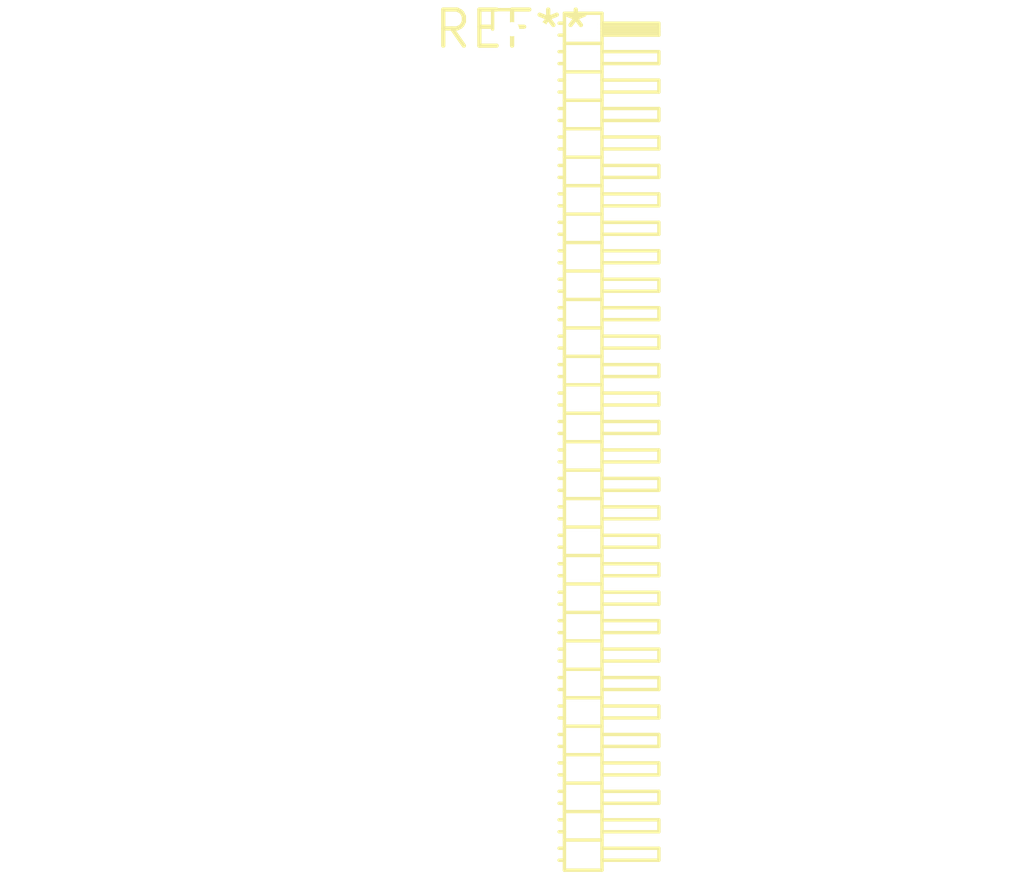
<source format=kicad_pcb>
(kicad_pcb (version 20240108) (generator pcbnew)
  (layers (0 "F.Cu" signal) (31 "B.Cu" signal) (34 "B.Paste" user) (35 "F.Paste" user) (36 "B.SilkS" user "B.Silkscreen") (37 "F.SilkS" user "F.Silkscreen") (38 "B.Mask" user) (39 "F.Mask" user) (44 "Edge.Cuts" user))
  (net 0 "")
  (footprint "PinHeader_2x30_P1.00mm_Horizontal" (layer "F.Cu") (at 0 0)
    (property "Reference" "REF**")
    (property "Value" "PinHeader_2x30_P1.00mm_Horizontal")
    (fp_line (start -0.685 -0.685) (end 0 -0.685) (layer "F.SilkS") (stroke (width 0.12)))
    (fp_line (start -0.685 0) (end -0.685 -0.685) (layer "F.SilkS") (stroke (width 0.12)))
    (fp_line (start 1.652016 -0.21) (end 1.84 -0.21) (layer "F.SilkS") (stroke (width 0.12)))
    (fp_line (start 1.652016 0.21) (end 1.84 0.21) (layer "F.SilkS") (stroke (width 0.12)))
    (fp_line (start 1.652016 0.79) (end 1.84 0.79) (layer "F.SilkS") (stroke (width 0.12)))
    (fp_line (start 1.652016 1.21) (end 1.84 1.21) (layer "F.SilkS") (stroke (width 0.12)))
    (fp_line (start 1.652016 1.79) (end 1.84 1.79) (layer "F.SilkS") (stroke (width 0.12)))
    (fp_line (start 1.652016 2.21) (end 1.84 2.21) (layer "F.SilkS") (stroke (width 0.12)))
    (fp_line (start 1.652016 2.79) (end 1.84 2.79) (layer "F.SilkS") (stroke (width 0.12)))
    (fp_line (start 1.652016 3.21) (end 1.84 3.21) (layer "F.SilkS") (stroke (width 0.12)))
    (fp_line (start 1.652016 3.79) (end 1.84 3.79) (layer "F.SilkS") (stroke (width 0.12)))
    (fp_line (start 1.652016 4.21) (end 1.84 4.21) (layer "F.SilkS") (stroke (width 0.12)))
    (fp_line (start 1.652016 4.79) (end 1.84 4.79) (layer "F.SilkS") (stroke (width 0.12)))
    (fp_line (start 1.652016 5.21) (end 1.84 5.21) (layer "F.SilkS") (stroke (width 0.12)))
    (fp_line (start 1.652016 5.79) (end 1.84 5.79) (layer "F.SilkS") (stroke (width 0.12)))
    (fp_line (start 1.652016 6.21) (end 1.84 6.21) (layer "F.SilkS") (stroke (width 0.12)))
    (fp_line (start 1.652016 6.79) (end 1.84 6.79) (layer "F.SilkS") (stroke (width 0.12)))
    (fp_line (start 1.652016 7.21) (end 1.84 7.21) (layer "F.SilkS") (stroke (width 0.12)))
    (fp_line (start 1.652016 7.79) (end 1.84 7.79) (layer "F.SilkS") (stroke (width 0.12)))
    (fp_line (start 1.652016 8.21) (end 1.84 8.21) (layer "F.SilkS") (stroke (width 0.12)))
    (fp_line (start 1.652016 8.79) (end 1.84 8.79) (layer "F.SilkS") (stroke (width 0.12)))
    (fp_line (start 1.652016 9.21) (end 1.84 9.21) (layer "F.SilkS") (stroke (width 0.12)))
    (fp_line (start 1.652016 9.79) (end 1.84 9.79) (layer "F.SilkS") (stroke (width 0.12)))
    (fp_line (start 1.652016 10.21) (end 1.84 10.21) (layer "F.SilkS") (stroke (width 0.12)))
    (fp_line (start 1.652016 10.79) (end 1.84 10.79) (layer "F.SilkS") (stroke (width 0.12)))
    (fp_line (start 1.652016 11.21) (end 1.84 11.21) (layer "F.SilkS") (stroke (width 0.12)))
    (fp_line (start 1.652016 11.79) (end 1.84 11.79) (layer "F.SilkS") (stroke (width 0.12)))
    (fp_line (start 1.652016 12.21) (end 1.84 12.21) (layer "F.SilkS") (stroke (width 0.12)))
    (fp_line (start 1.652016 12.79) (end 1.84 12.79) (layer "F.SilkS") (stroke (width 0.12)))
    (fp_line (start 1.652016 13.21) (end 1.84 13.21) (layer "F.SilkS") (stroke (width 0.12)))
    (fp_line (start 1.652016 13.79) (end 1.84 13.79) (layer "F.SilkS") (stroke (width 0.12)))
    (fp_line (start 1.652016 14.21) (end 1.84 14.21) (layer "F.SilkS") (stroke (width 0.12)))
    (fp_line (start 1.652016 14.79) (end 1.84 14.79) (layer "F.SilkS") (stroke (width 0.12)))
    (fp_line (start 1.652016 15.21) (end 1.84 15.21) (layer "F.SilkS") (stroke (width 0.12)))
    (fp_line (start 1.652016 15.79) (end 1.84 15.79) (layer "F.SilkS") (stroke (width 0.12)))
    (fp_line (start 1.652016 16.21) (end 1.84 16.21) (layer "F.SilkS") (stroke (width 0.12)))
    (fp_line (start 1.652016 16.79) (end 1.84 16.79) (layer "F.SilkS") (stroke (width 0.12)))
    (fp_line (start 1.652016 17.21) (end 1.84 17.21) (layer "F.SilkS") (stroke (width 0.12)))
    (fp_line (start 1.652016 17.79) (end 1.84 17.79) (layer "F.SilkS") (stroke (width 0.12)))
    (fp_line (start 1.652016 18.21) (end 1.84 18.21) (layer "F.SilkS") (stroke (width 0.12)))
    (fp_line (start 1.652016 18.79) (end 1.84 18.79) (layer "F.SilkS") (stroke (width 0.12)))
    (fp_line (start 1.652016 19.21) (end 1.84 19.21) (layer "F.SilkS") (stroke (width 0.12)))
    (fp_line (start 1.652016 19.79) (end 1.84 19.79) (layer "F.SilkS") (stroke (width 0.12)))
    (fp_line (start 1.652016 20.21) (end 1.84 20.21) (layer "F.SilkS") (stroke (width 0.12)))
    (fp_line (start 1.652016 20.79) (end 1.84 20.79) (layer "F.SilkS") (stroke (width 0.12)))
    (fp_line (start 1.652016 21.21) (end 1.84 21.21) (layer "F.SilkS") (stroke (width 0.12)))
    (fp_line (start 1.652016 21.79) (end 1.84 21.79) (layer "F.SilkS") (stroke (width 0.12)))
    (fp_line (start 1.652016 22.21) (end 1.84 22.21) (layer "F.SilkS") (stroke (width 0.12)))
    (fp_line (start 1.652016 22.79) (end 1.84 22.79) (layer "F.SilkS") (stroke (width 0.12)))
    (fp_line (start 1.652016 23.21) (end 1.84 23.21) (layer "F.SilkS") (stroke (width 0.12)))
    (fp_line (start 1.652016 23.79) (end 1.84 23.79) (layer "F.SilkS") (stroke (width 0.12)))
    (fp_line (start 1.652016 24.21) (end 1.84 24.21) (layer "F.SilkS") (stroke (width 0.12)))
    (fp_line (start 1.652016 24.79) (end 1.84 24.79) (layer "F.SilkS") (stroke (width 0.12)))
    (fp_line (start 1.652016 25.21) (end 1.84 25.21) (layer "F.SilkS") (stroke (width 0.12)))
    (fp_line (start 1.652016 25.79) (end 1.84 25.79) (layer "F.SilkS") (stroke (width 0.12)))
    (fp_line (start 1.652016 26.21) (end 1.84 26.21) (layer "F.SilkS") (stroke (width 0.12)))
    (fp_line (start 1.652016 26.79) (end 1.84 26.79) (layer "F.SilkS") (stroke (width 0.12)))
    (fp_line (start 1.652016 27.21) (end 1.84 27.21) (layer "F.SilkS") (stroke (width 0.12)))
    (fp_line (start 1.652016 27.79) (end 1.84 27.79) (layer "F.SilkS") (stroke (width 0.12)))
    (fp_line (start 1.652016 28.21) (end 1.84 28.21) (layer "F.SilkS") (stroke (width 0.12)))
    (fp_line (start 1.652016 28.79) (end 1.84 28.79) (layer "F.SilkS") (stroke (width 0.12)))
    (fp_line (start 1.652016 29.21) (end 1.84 29.21) (layer "F.SilkS") (stroke (width 0.12)))
    (fp_line (start 1.84 -0.56) (end 1.84 29.56) (layer "F.SilkS") (stroke (width 0.12)))
    (fp_line (start 1.84 0.5) (end 3.16 0.5) (layer "F.SilkS") (stroke (width 0.12)))
    (fp_line (start 1.84 1.5) (end 3.16 1.5) (layer "F.SilkS") (stroke (width 0.12)))
    (fp_line (start 1.84 2.5) (end 3.16 2.5) (layer "F.SilkS") (stroke (width 0.12)))
    (fp_line (start 1.84 3.5) (end 3.16 3.5) (layer "F.SilkS") (stroke (width 0.12)))
    (fp_line (start 1.84 4.5) (end 3.16 4.5) (layer "F.SilkS") (stroke (width 0.12)))
    (fp_line (start 1.84 5.5) (end 3.16 5.5) (layer "F.SilkS") (stroke (width 0.12)))
    (fp_line (start 1.84 6.5) (end 3.16 6.5) (layer "F.SilkS") (stroke (width 0.12)))
    (fp_line (start 1.84 7.5) (end 3.16 7.5) (layer "F.SilkS") (stroke (width 0.12)))
    (fp_line (start 1.84 8.5) (end 3.16 8.5) (layer "F.SilkS") (stroke (width 0.12)))
    (fp_line (start 1.84 9.5) (end 3.16 9.5) (layer "F.SilkS") (stroke (width 0.12)))
    (fp_line (start 1.84 10.5) (end 3.16 10.5) (layer "F.SilkS") (stroke (width 0.12)))
    (fp_line (start 1.84 11.5) (end 3.16 11.5) (layer "F.SilkS") (stroke (width 0.12)))
    (fp_line (start 1.84 12.5) (end 3.16 12.5) (layer "F.SilkS") (stroke (width 0.12)))
    (fp_line (start 1.84 13.5) (end 3.16 13.5) (layer "F.SilkS") (stroke (width 0.12)))
    (fp_line (start 1.84 14.5) (end 3.16 14.5) (layer "F.SilkS") (stroke (width 0.12)))
    (fp_line (start 1.84 15.5) (end 3.16 15.5) (layer "F.SilkS") (stroke (width 0.12)))
    (fp_line (start 1.84 16.5) (end 3.16 16.5) (layer "F.SilkS") (stroke (width 0.12)))
    (fp_line (start 1.84 17.5) (end 3.16 17.5) (layer "F.SilkS") (stroke (width 0.12)))
    (fp_line (start 1.84 18.5) (end 3.16 18.5) (layer "F.SilkS") (stroke (width 0.12)))
    (fp_line (start 1.84 19.5) (end 3.16 19.5) (layer "F.SilkS") (stroke (width 0.12)))
    (fp_line (start 1.84 20.5) (end 3.16 20.5) (layer "F.SilkS") (stroke (width 0.12)))
    (fp_line (start 1.84 21.5) (end 3.16 21.5) (layer "F.SilkS") (stroke (width 0.12)))
    (fp_line (start 1.84 22.5) (end 3.16 22.5) (layer "F.SilkS") (stroke (width 0.12)))
    (fp_line (start 1.84 23.5) (end 3.16 23.5) (layer "F.SilkS") (stroke (width 0.12)))
    (fp_line (start 1.84 24.5) (end 3.16 24.5) (layer "F.SilkS") (stroke (width 0.12)))
    (fp_line (start 1.84 25.5) (end 3.16 25.5) (layer "F.SilkS") (stroke (width 0.12)))
    (fp_line (start 1.84 26.5) (end 3.16 26.5) (layer "F.SilkS") (stroke (width 0.12)))
    (fp_line (start 1.84 27.5) (end 3.16 27.5) (layer "F.SilkS") (stroke (width 0.12)))
    (fp_line (start 1.84 28.5) (end 3.16 28.5) (layer "F.SilkS") (stroke (width 0.12)))
    (fp_line (start 1.84 29.56) (end 3.16 29.56) (layer "F.SilkS") (stroke (width 0.12)))
    (fp_line (start 3.16 -0.56) (end 1.84 -0.56) (layer "F.SilkS") (stroke (width 0.12)))
    (fp_line (start 3.16 -0.21) (end 5.16 -0.21) (layer "F.SilkS") (stroke (width 0.12)))
    (fp_line (start 3.16 -0.15) (end 5.16 -0.15) (layer "F.SilkS") (stroke (width 0.12)))
    (fp_line (start 3.16 -0.03) (end 5.16 -0.03) (layer "F.SilkS") (stroke (width 0.12)))
    (fp_line (start 3.16 0.09) (end 5.16 0.09) (layer "F.SilkS") (stroke (width 0.12)))
    (fp_line (start 3.16 0.79) (end 5.16 0.79) (layer "F.SilkS") (stroke (width 0.12)))
    (fp_line (start 3.16 1.79) (end 5.16 1.79) (layer "F.SilkS") (stroke (width 0.12)))
    (fp_line (start 3.16 2.79) (end 5.16 2.79) (layer "F.SilkS") (stroke (width 0.12)))
    (fp_line (start 3.16 3.79) (end 5.16 3.79) (layer "F.SilkS") (stroke (width 0.12)))
    (fp_line (start 3.16 4.79) (end 5.16 4.79) (layer "F.SilkS") (stroke (width 0.12)))
    (fp_line (start 3.16 5.79) (end 5.16 5.79) (layer "F.SilkS") (stroke (width 0.12)))
    (fp_line (start 3.16 6.79) (end 5.16 6.79) (layer "F.SilkS") (stroke (width 0.12)))
    (fp_line (start 3.16 7.79) (end 5.16 7.79) (layer "F.SilkS") (stroke (width 0.12)))
    (fp_line (start 3.16 8.79) (end 5.16 8.79) (layer "F.SilkS") (stroke (width 0.12)))
    (fp_line (start 3.16 9.79) (end 5.16 9.79) (layer "F.SilkS") (stroke (width 0.12)))
    (fp_line (start 3.16 10.79) (end 5.16 10.79) (layer "F.SilkS") (stroke (width 0.12)))
    (fp_line (start 3.16 11.79) (end 5.16 11.79) (layer "F.SilkS") (stroke (width 0.12)))
    (fp_line (start 3.16 12.79) (end 5.16 12.79) (layer "F.SilkS") (stroke (width 0.12)))
    (fp_line (start 3.16 13.79) (end 5.16 13.79) (layer "F.SilkS") (stroke (width 0.12)))
    (fp_line (start 3.16 14.79) (end 5.16 14.79) (layer "F.SilkS") (stroke (width 0.12)))
    (fp_line (start 3.16 15.79) (end 5.16 15.79) (layer "F.SilkS") (stroke (width 0.12)))
    (fp_line (start 3.16 16.79) (end 5.16 16.79) (layer "F.SilkS") (stroke (width 0.12)))
    (fp_line (start 3.16 17.79) (end 5.16 17.79) (layer "F.SilkS") (stroke (width 0.12)))
    (fp_line (start 3.16 18.79) (end 5.16 18.79) (layer "F.SilkS") (stroke (width 0.12)))
    (fp_line (start 3.16 19.79) (end 5.16 19.79) (layer "F.SilkS") (stroke (width 0.12)))
    (fp_line (start 3.16 20.79) (end 5.16 20.79) (layer "F.SilkS") (stroke (width 0.12)))
    (fp_line (start 3.16 21.79) (end 5.16 21.79) (layer "F.SilkS") (stroke (width 0.12)))
    (fp_line (start 3.16 22.79) (end 5.16 22.79) (layer "F.SilkS") (stroke (width 0.12)))
    (fp_line (start 3.16 23.79) (end 5.16 23.79) (layer "F.SilkS") (stroke (width 0.12)))
    (fp_line (start 3.16 24.79) (end 5.16 24.79) (layer "F.SilkS") (stroke (width 0.12)))
    (fp_line (start 3.16 25.79) (end 5.16 25.79) (layer "F.SilkS") (stroke (width 0.12)))
    (fp_line (start 3.16 26.79) (end 5.16 26.79) (layer "F.SilkS") (stroke (width 0.12)))
    (fp_line (start 3.16 27.79) (end 5.16 27.79) (layer "F.SilkS") (stroke (width 0.12)))
    (fp_line (start 3.16 28.79) (end 5.16 28.79) (layer "F.SilkS") (stroke (width 0.12)))
    (fp_line (start 3.16 29.56) (end 3.16 -0.56) (layer "F.SilkS") (stroke (width 0.12)))
    (fp_line (start 5.16 -0.21) (end 5.16 0.21) (layer "F.SilkS") (stroke (width 0.12)))
    (fp_line (start 5.16 0.21) (end 3.16 0.21) (layer "F.SilkS") (stroke (width 0.12)))
    (fp_line (start 5.16 0.79) (end 5.16 1.21) (layer "F.SilkS") (stroke (width 0.12)))
    (fp_line (start 5.16 1.21) (end 3.16 1.21) (layer "F.SilkS") (stroke (width 0.12)))
    (fp_line (start 5.16 1.79) (end 5.16 2.21) (layer "F.SilkS") (stroke (width 0.12)))
    (fp_line (start 5.16 2.21) (end 3.16 2.21) (layer "F.SilkS") (stroke (width 0.12)))
    (fp_line (start 5.16 2.79) (end 5.16 3.21) (layer "F.SilkS") (stroke (width 0.12)))
    (fp_line (start 5.16 3.21) (end 3.16 3.21) (layer "F.SilkS") (stroke (width 0.12)))
    (fp_line (start 5.16 3.79) (end 5.16 4.21) (layer "F.SilkS") (stroke (width 0.12)))
    (fp_line (start 5.16 4.21) (end 3.16 4.21) (layer "F.SilkS") (stroke (width 0.12)))
    (fp_line (start 5.16 4.79) (end 5.16 5.21) (layer "F.SilkS") (stroke (width 0.12)))
    (fp_line (start 5.16 5.21) (end 3.16 5.21) (layer "F.SilkS") (stroke (width 0.12)))
    (fp_line (start 5.16 5.79) (end 5.16 6.21) (layer "F.SilkS") (stroke (width 0.12)))
    (fp_line (start 5.16 6.21) (end 3.16 6.21) (layer "F.SilkS") (stroke (width 0.12)))
    (fp_line (start 5.16 6.79) (end 5.16 7.21) (layer "F.SilkS") (stroke (width 0.12)))
    (fp_line (start 5.16 7.21) (end 3.16 7.21) (layer "F.SilkS") (stroke (width 0.12)))
    (fp_line (start 5.16 7.79) (end 5.16 8.21) (layer "F.SilkS") (stroke (width 0.12)))
    (fp_line (start 5.16 8.21) (end 3.16 8.21) (layer "F.SilkS") (stroke (width 0.12)))
    (fp_line (start 5.16 8.79) (end 5.16 9.21) (layer "F.SilkS") (stroke (width 0.12)))
    (fp_line (start 5.16 9.21) (end 3.16 9.21) (layer "F.SilkS") (stroke (width 0.12)))
    (fp_line (start 5.16 9.79) (end 5.16 10.21) (layer "F.SilkS") (stroke (width 0.12)))
    (fp_line (start 5.16 10.21) (end 3.16 10.21) (layer "F.SilkS") (stroke (width 0.12)))
    (fp_line (start 5.16 10.79) (end 5.16 11.21) (layer "F.SilkS") (stroke (width 0.12)))
    (fp_line (start 5.16 11.21) (end 3.16 11.21) (layer "F.SilkS") (stroke (width 0.12)))
    (fp_line (start 5.16 11.79) (end 5.16 12.21) (layer "F.SilkS") (stroke (width 0.12)))
    (fp_line (start 5.16 12.21) (end 3.16 12.21) (layer "F.SilkS") (stroke (width 0.12)))
    (fp_line (start 5.16 12.79) (end 5.16 13.21) (layer "F.SilkS") (stroke (width 0.12)))
    (fp_line (start 5.16 13.21) (end 3.16 13.21) (layer "F.SilkS") (stroke (width 0.12)))
    (fp_line (start 5.16 13.79) (end 5.16 14.21) (layer "F.SilkS") (stroke (width 0.12)))
    (fp_line (start 5.16 14.21) (end 3.16 14.21) (layer "F.SilkS") (stroke (width 0.12)))
    (fp_line (start 5.16 14.79) (end 5.16 15.21) (layer "F.SilkS") (stroke (width 0.12)))
    (fp_line (start 5.16 15.21) (end 3.16 15.21) (layer "F.SilkS") (stroke (width 0.12)))
    (fp_line (start 5.16 15.79) (end 5.16 16.21) (layer "F.SilkS") (stroke (width 0.12)))
    (fp_line (start 5.16 16.21) (end 3.16 16.21) (layer "F.SilkS") (stroke (width 0.12)))
    (fp_line (start 5.16 16.79) (end 5.16 17.21) (layer "F.SilkS") (stroke (width 0.12)))
    (fp_line (start 5.16 17.21) (end 3.16 17.21) (layer "F.SilkS") (stroke (width 0.12)))
    (fp_line (start 5.16 17.79) (end 5.16 18.21) (layer "F.SilkS") (stroke (width 0.12)))
    (fp_line (start 5.16 18.21) (end 3.16 18.21) (layer "F.SilkS") (stroke (width 0.12)))
    (fp_line (start 5.16 18.79) (end 5.16 19.21) (layer "F.SilkS") (stroke (width 0.12)))
    (fp_line (start 5.16 19.21) (end 3.16 19.21) (layer "F.SilkS") (stroke (width 0.12)))
    (fp_line (start 5.16 19.79) (end 5.16 20.21) (layer "F.SilkS") (stroke (width 0.12)))
    (fp_line (start 5.16 20.21) (end 3.16 20.21) (layer "F.SilkS") (stroke (width 0.12)))
    (fp_line (start 5.16 20.79) (end 5.16 21.21) (layer "F.SilkS") (stroke (width 0.12)))
    (fp_line (start 5.16 21.21) (end 3.16 21.21) (layer "F.SilkS") (stroke (width 0.12)))
    (fp_line (start 5.16 21.79) (end 5.16 22.21) (layer "F.SilkS") (stroke (width 0.12)))
    (fp_line (start 5.16 22.21) (end 3.16 22.21) (layer "F.SilkS") (stroke (width 0.12)))
    (fp_line (start 5.16 22.79) (end 5.16 23.21) (layer "F.SilkS") (stroke (width 0.12)))
    (fp_line (start 5.16 23.21) (end 3.16 23.21) (layer "F.SilkS") (stroke (width 0.12)))
    (fp_line (start 5.16 23.79) (end 5.16 24.21) (layer "F.SilkS") (stroke (width 0.12)))
    (fp_line (start 5.16 24.21) (end 3.16 24.21) (layer "F.SilkS") (stroke (width 0.12)))
    (fp_line (start 5.16 24.79) (end 5.16 25.21) (layer "F.SilkS") (stroke (width 0.12)))
    (fp_line (start 5.16 25.21) (end 3.16 25.21) (layer "F.SilkS") (stroke (width 0.12)))
    (fp_line (start 5.16 25.79) (end 5.16 26.21) (layer "F.SilkS") (stroke (width 0.12)))
    (fp_line (start 5.16 26.21) (end 3.16 26.21) (layer "F.SilkS") (stroke (width 0.12)))
    (fp_line (start 5.16 26.79) (end 5.16 27.21) (layer "F.SilkS") (stroke (width 0.12)))
    (fp_line (start 5.16 27.21) (end 3.16 27.21) (layer "F.SilkS") (stroke (width 0.12)))
    (fp_line (start 5.16 27.79) (end 5.16 28.21) (layer "F.SilkS") (stroke (width 0.12)))
    (fp_line (start 5.16 28.21) (end 3.16 28.21) (layer "F.SilkS") (stroke (width 0.12)))
    (fp_line (start 5.16 28.79) (end 5.16 29.21) (layer "F.SilkS") (stroke (width 0.12)))
    (fp_line (start 5.16 29.21) (end 3.16 29.21) (layer "F.SilkS") (stroke (width 0.12)))
    (pad "1" thru_hole rect (at 0 0) (size 0.85 0.85) (drill 0.5) (layers *.Cu *.Mask) (remove_unused_layers))
    (pad "2" thru_hole oval (at 1 0) (size 0.85 0.85) (drill 0.5) (layers *.Cu *.Mask) (remove_unused_layers))
    (pad "3" thru_hole oval (at 0 1) (size 0.85 0.85) (drill 0.5) (layers *.Cu *.Mask) (remove_unused_layers))
    (pad "4" thru_hole oval (at 1 1) (size 0.85 0.85) (drill 0.5) (layers *.Cu *.Mask) (remove_unused_layers))
    (pad "5" thru_hole oval (at 0 2) (size 0.85 0.85) (drill 0.5) (layers *.Cu *.Mask) (remove_unused_layers))
    (pad "6" thru_hole oval (at 1 2) (size 0.85 0.85) (drill 0.5) (layers *.Cu *.Mask) (remove_unused_layers))
    (pad "7" thru_hole oval (at 0 3) (size 0.85 0.85) (drill 0.5) (layers *.Cu *.Mask) (remove_unused_layers))
    (pad "8" thru_hole oval (at 1 3) (size 0.85 0.85) (drill 0.5) (layers *.Cu *.Mask) (remove_unused_layers))
    (pad "9" thru_hole oval (at 0 4) (size 0.85 0.85) (drill 0.5) (layers *.Cu *.Mask) (remove_unused_layers))
    (pad "10" thru_hole oval (at 1 4) (size 0.85 0.85) (drill 0.5) (layers *.Cu *.Mask) (remove_unused_layers))
    (pad "11" thru_hole oval (at 0 5) (size 0.85 0.85) (drill 0.5) (layers *.Cu *.Mask) (remove_unused_layers))
    (pad "12" thru_hole oval (at 1 5) (size 0.85 0.85) (drill 0.5) (layers *.Cu *.Mask) (remove_unused_layers))
    (pad "13" thru_hole oval (at 0 6) (size 0.85 0.85) (drill 0.5) (layers *.Cu *.Mask) (remove_unused_layers))
    (pad "14" thru_hole oval (at 1 6) (size 0.85 0.85) (drill 0.5) (layers *.Cu *.Mask) (remove_unused_layers))
    (pad "15" thru_hole oval (at 0 7) (size 0.85 0.85) (drill 0.5) (layers *.Cu *.Mask) (remove_unused_layers))
    (pad "16" thru_hole oval (at 1 7) (size 0.85 0.85) (drill 0.5) (layers *.Cu *.Mask) (remove_unused_layers))
    (pad "17" thru_hole oval (at 0 8) (size 0.85 0.85) (drill 0.5) (layers *.Cu *.Mask) (remove_unused_layers))
    (pad "18" thru_hole oval (at 1 8) (size 0.85 0.85) (drill 0.5) (layers *.Cu *.Mask) (remove_unused_layers))
    (pad "19" thru_hole oval (at 0 9) (size 0.85 0.85) (drill 0.5) (layers *.Cu *.Mask) (remove_unused_layers))
    (pad "20" thru_hole oval (at 1 9) (size 0.85 0.85) (drill 0.5) (layers *.Cu *.Mask) (remove_unused_layers))
    (pad "21" thru_hole oval (at 0 10) (size 0.85 0.85) (drill 0.5) (layers *.Cu *.Mask) (remove_unused_layers))
    (pad "22" thru_hole oval (at 1 10) (size 0.85 0.85) (drill 0.5) (layers *.Cu *.Mask) (remove_unused_layers))
    (pad "23" thru_hole oval (at 0 11) (size 0.85 0.85) (drill 0.5) (layers *.Cu *.Mask) (remove_unused_layers))
    (pad "24" thru_hole oval (at 1 11) (size 0.85 0.85) (drill 0.5) (layers *.Cu *.Mask) (remove_unused_layers))
    (pad "25" thru_hole oval (at 0 12) (size 0.85 0.85) (drill 0.5) (layers *.Cu *.Mask) (remove_unused_layers))
    (pad "26" thru_hole oval (at 1 12) (size 0.85 0.85) (drill 0.5) (layers *.Cu *.Mask) (remove_unused_layers))
    (pad "27" thru_hole oval (at 0 13) (size 0.85 0.85) (drill 0.5) (layers *.Cu *.Mask) (remove_unused_layers))
    (pad "28" thru_hole oval (at 1 13) (size 0.85 0.85) (drill 0.5) (layers *.Cu *.Mask) (remove_unused_layers))
    (pad "29" thru_hole oval (at 0 14) (size 0.85 0.85) (drill 0.5) (layers *.Cu *.Mask) (remove_unused_layers))
    (pad "30" thru_hole oval (at 1 14) (size 0.85 0.85) (drill 0.5) (layers *.Cu *.Mask) (remove_unused_layers))
    (pad "31" thru_hole oval (at 0 15) (size 0.85 0.85) (drill 0.5) (layers *.Cu *.Mask) (remove_unused_layers))
    (pad "32" thru_hole oval (at 1 15) (size 0.85 0.85) (drill 0.5) (layers *.Cu *.Mask) (remove_unused_layers))
    (pad "33" thru_hole oval (at 0 16) (size 0.85 0.85) (drill 0.5) (layers *.Cu *.Mask) (remove_unused_layers))
    (pad "34" thru_hole oval (at 1 16) (size 0.85 0.85) (drill 0.5) (layers *.Cu *.Mask) (remove_unused_layers))
    (pad "35" thru_hole oval (at 0 17) (size 0.85 0.85) (drill 0.5) (layers *.Cu *.Mask) (remove_unused_layers))
    (pad "36" thru_hole oval (at 1 17) (size 0.85 0.85) (drill 0.5) (layers *.Cu *.Mask) (remove_unused_layers))
    (pad "37" thru_hole oval (at 0 18) (size 0.85 0.85) (drill 0.5) (layers *.Cu *.Mask) (remove_unused_layers))
    (pad "38" thru_hole oval (at 1 18) (size 0.85 0.85) (drill 0.5) (layers *.Cu *.Mask) (remove_unused_layers))
    (pad "39" thru_hole oval (at 0 19) (size 0.85 0.85) (drill 0.5) (layers *.Cu *.Mask) (remove_unused_layers))
    (pad "40" thru_hole oval (at 1 19) (size 0.85 0.85) (drill 0.5) (layers *.Cu *.Mask) (remove_unused_layers))
    (pad "41" thru_hole oval (at 0 20) (size 0.85 0.85) (drill 0.5) (layers *.Cu *.Mask) (remove_unused_layers))
    (pad "42" thru_hole oval (at 1 20) (size 0.85 0.85) (drill 0.5) (layers *.Cu *.Mask) (remove_unused_layers))
    (pad "43" thru_hole oval (at 0 21) (size 0.85 0.85) (drill 0.5) (layers *.Cu *.Mask) (remove_unused_layers))
    (pad "44" thru_hole oval (at 1 21) (size 0.85 0.85) (drill 0.5) (layers *.Cu *.Mask) (remove_unused_layers))
    (pad "45" thru_hole oval (at 0 22) (size 0.85 0.85) (drill 0.5) (layers *.Cu *.Mask) (remove_unused_layers))
    (pad "46" thru_hole oval (at 1 22) (size 0.85 0.85) (drill 0.5) (layers *.Cu *.Mask) (remove_unused_layers))
    (pad "47" thru_hole oval (at 0 23) (size 0.85 0.85) (drill 0.5) (layers *.Cu *.Mask) (remove_unused_layers))
    (pad "48" thru_hole oval (at 1 23) (size 0.85 0.85) (drill 0.5) (layers *.Cu *.Mask) (remove_unused_layers))
    (pad "49" thru_hole oval (at 0 24) (size 0.85 0.85) (drill 0.5) (layers *.Cu *.Mask) (remove_unused_layers))
    (pad "50" thru_hole oval (at 1 24) (size 0.85 0.85) (drill 0.5) (layers *.Cu *.Mask) (remove_unused_layers))
    (pad "51" thru_hole oval (at 0 25) (size 0.85 0.85) (drill 0.5) (layers *.Cu *.Mask) (remove_unused_layers))
    (pad "52" thru_hole oval (at 1 25) (size 0.85 0.85) (drill 0.5) (layers *.Cu *.Mask) (remove_unused_layers))
    (pad "53" thru_hole oval (at 0 26) (size 0.85 0.85) (drill 0.5) (layers *.Cu *.Mask) (remove_unused_layers))
    (pad "54" thru_hole oval (at 1 26) (size 0.85 0.85) (drill 0.5) (layers *.Cu *.Mask) (remove_unused_layers))
    (pad "55" thru_hole oval (at 0 27) (size 0.85 0.85) (drill 0.5) (layers *.Cu *.Mask) (remove_unused_layers))
    (pad "56" thru_hole oval (at 1 27) (size 0.85 0.85) (drill 0.5) (layers *.Cu *.Mask) (remove_unused_layers))
    (pad "57" thru_hole oval (at 0 28) (size 0.85 0.85) (drill 0.5) (layers *.Cu *.Mask) (remove_unused_layers))
    (pad "58" thru_hole oval (at 1 28) (size 0.85 0.85) (drill 0.5) (layers *.Cu *.Mask) (remove_unused_layers))
    (pad "59" thru_hole oval (at 0 29) (size 0.85 0.85) (drill 0.5) (layers *.Cu *.Mask) (remove_unused_layers))
    (pad "60" thru_hole oval (at 1 29) (size 0.85 0.85) (drill 0.5) (layers *.Cu *.Mask) (remove_unused_layers))
  )
)
</source>
